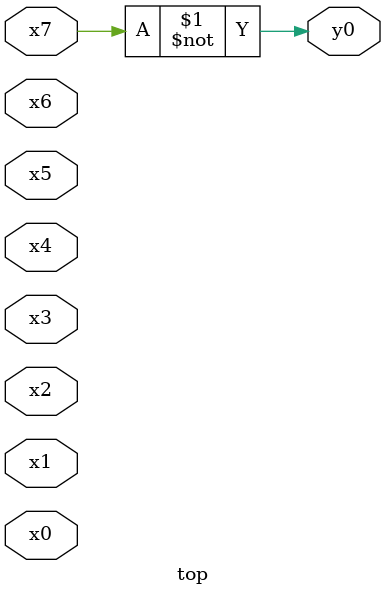
<source format=v>
module top( x0 , x1 , x2 , x3 , x4 , x5 , x6 , x7 , y0 );
  input x0 , x1 , x2 , x3 , x4 , x5 , x6 , x7 ;
  output y0 ;
  assign y0 = ~x7 ;
endmodule

</source>
